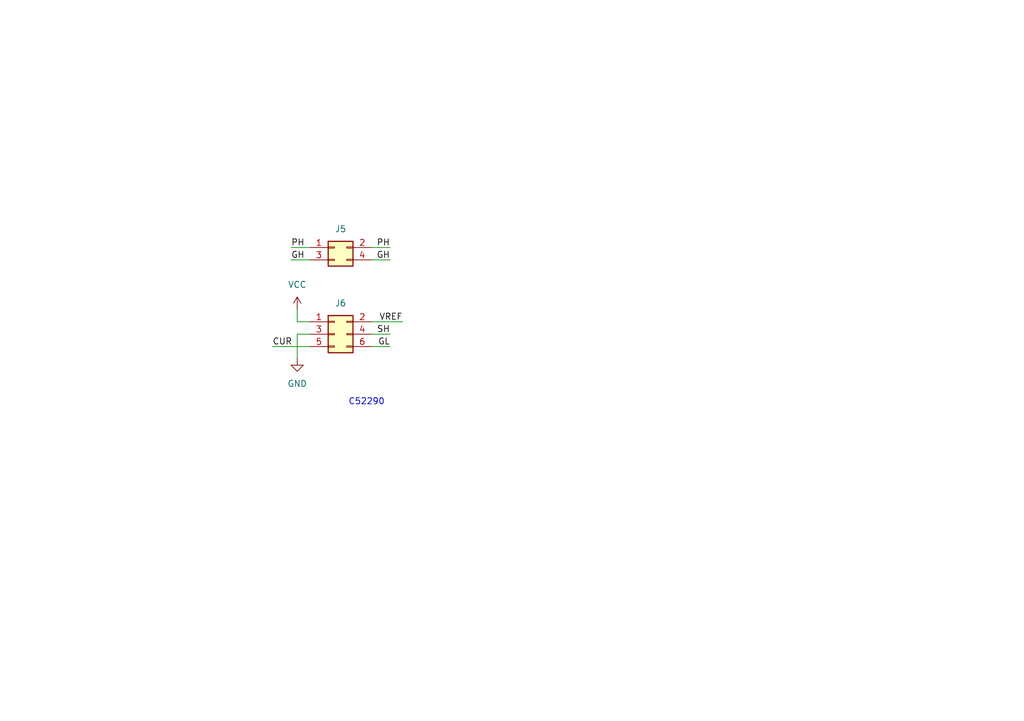
<source format=kicad_sch>
(kicad_sch (version 20250114) (generator "eeschema") (generator_version "9.0")
  (paper "A5")
  (lib_symbols
    (symbol "Connector_Generic:Conn_02x02_Odd_Even" (pin_names (offset 1.016) (hide yes))
      (property "Reference" "J" (at 1.27 2.54 0))
      (property "Value" "Conn_02x02_Odd_Even" (at 1.27 -5.08 0))
      (symbol "Conn_02x02_Odd_Even_1_1"
        (rectangle (start -1.27 1.27) (end 3.81 -3.81) (stroke (width 0.254)) (fill (type background)))
        (rectangle (start -1.27 0.127) (end 0 -0.127) (stroke (width 0.1524)))
        (rectangle (start -1.27 -2.413) (end 0 -2.667) (stroke (width 0.1524)))
        (rectangle (start 3.81 0.127) (end 2.54 -0.127) (stroke (width 0.1524)))
        (rectangle (start 3.81 -2.413) (end 2.54 -2.667) (stroke (width 0.1524)))
        (pin passive line (at -5.08 0 0) (length 3.81) (name "Pin_1") (number "1"))
        (pin passive line (at -5.08 -2.54 0) (length 3.81) (name "Pin_3") (number "3"))
        (pin passive line (at 7.62 0 180) (length 3.81) (name "Pin_2") (number "2"))
        (pin passive line (at 7.62 -2.54 180) (length 3.81) (name "Pin_4") (number "4"))
      )
    )
    (symbol "Connector_Generic:Conn_02x03_Odd_Even" (pin_names (offset 1.016) (hide yes))
      (property "Reference" "J" (at 1.27 5.08 0))
      (property "Value" "Conn_02x03_Odd_Even" (at 1.27 -5.08 0))
      (symbol "Conn_02x03_Odd_Even_1_1"
        (rectangle (start -1.27 3.81) (end 3.81 -3.81) (stroke (width 0.254)) (fill (type background)))
        (rectangle (start -1.27 2.667) (end 0 2.413) (stroke (width 0.1524)))
        (rectangle (start -1.27 0.127) (end 0 -0.127) (stroke (width 0.1524)))
        (rectangle (start -1.27 -2.413) (end 0 -2.667) (stroke (width 0.1524)))
        (rectangle (start 3.81 2.667) (end 2.54 2.413) (stroke (width 0.1524)))
        (rectangle (start 3.81 0.127) (end 2.54 -0.127) (stroke (width 0.1524)))
        (rectangle (start 3.81 -2.413) (end 2.54 -2.667) (stroke (width 0.1524)))
        (pin passive line (at -5.08 2.54 0) (length 3.81) (name "Pin_1") (number "1"))
        (pin passive line (at -5.08 0 0) (length 3.81) (name "Pin_3") (number "3"))
        (pin passive line (at -5.08 -2.54 0) (length 3.81) (name "Pin_5") (number "5"))
        (pin passive line (at 7.62 2.54 180) (length 3.81) (name "Pin_2") (number "2"))
        (pin passive line (at 7.62 0 180) (length 3.81) (name "Pin_4") (number "4"))
        (pin passive line (at 7.62 -2.54 180) (length 3.81) (name "Pin_6") (number "6"))
      )
    )
    (symbol "power:GND" (power) (pin_numbers (hide yes)) (pin_names (offset 0) (hide yes))
      (property "Value" "GND" (at 0 -3.81 0))
      (symbol "GND_0_1"
        (polyline (pts (xy 0 0) (xy 0 -1.27) (xy 1.27 -1.27) (xy 0 -2.54) (xy -1.27 -1.27) (xy 0 -1.27)))
      )
      (symbol "GND_1_1"
        (pin power_in line (at 0 0 270) (length 0) (name "~") (number "1"))
      )
    )
    (symbol "power:VCC" (power) (pin_numbers (hide yes)) (pin_names (offset 0) (hide yes))
      (property "Value" "VCC" (at 0 3.556 0))
      (symbol "VCC_0_1"
        (polyline (pts (xy -0.762 1.27) (xy 0 2.54)))
        (polyline (pts (xy 0 2.54) (xy 0.762 1.27)))
        (polyline (pts (xy 0 0) (xy 0 2.54)))
      )
      (symbol "VCC_1_1"
        (pin power_in line (at 0 0 90) (length 0) (name "~") (number "1"))
      )
    )
  )
  (text "C52290" (at 75.184 82.55 0) (effects (font (size 1.27 1.27))))
  (wire (pts (xy 59.69 53.34) (xy 63.5 53.34)))
  (wire (pts (xy 60.96 66.04) (xy 63.5 66.04)))
  (wire (pts (xy 59.69 50.8) (xy 63.5 50.8)))
  (wire (pts (xy 76.2 53.34) (xy 80.01 53.34)))
  (wire (pts (xy 60.96 63.5) (xy 60.96 66.04)))
  (wire (pts (xy 55.88 71.12) (xy 63.5 71.12)))
  (wire (pts (xy 76.2 68.58) (xy 80.01 68.58)))
  (wire (pts (xy 76.2 71.12) (xy 80.01 71.12)))
  (wire (pts (xy 60.96 73.66) (xy 60.96 68.58)))
  (wire (pts (xy 60.96 68.58) (xy 63.5 68.58)))
  (wire (pts (xy 76.2 66.04) (xy 82.55 66.04)))
  (wire (pts (xy 76.2 50.8) (xy 80.01 50.8)))
  (label "PH" (at 59.69 50.8 0))
  (label "GH" (at 59.69 53.34 0))
  (label "PH" (at 80.01 50.8 180))
  (label "CUR" (at 55.88 71.12 0))
  (label "SH" (at 80.01 68.58 180))
  (label "VREF" (at 82.55 66.04 180))
  (label "GH" (at 80.01 53.34 180))
  (label "GL" (at 80.01 71.12 180))
  (symbol (lib_id "Connector_Generic:Conn_02x02_Odd_Even") (at 68.58 50.8 0) (unit 1)
    (property "Reference" "J1" (at 69.85 46.99 0))
    (property "Value" "Conn_02x02_Odd_Even" (effects (hide yes)))
    (property "Footprint" "Connector_PinSocket_1.27mm:PinSocket_2x02_P1.27mm_Vertical_SMD" (effects (hide yes)))
    (property "Description" "Generic connector, double row, 02x02, odd/even pin numbering scheme (row 1 odd numbers, row 2 even numbers), script generated (kicad-library-utils/schlib/autogen/connector/)" (effects (hide yes)))
    (property "LCSC" "C30607465" (effects (hide yes)))
    (instances (project "logic" (path "" (reference "J5") (unit 1)) (path "" (reference "J3") (unit 1)) (path "" (reference "J1") (unit 1))))
  )
  (symbol (lib_id "Connector_Generic:Conn_02x03_Odd_Even") (at 68.58 68.58 0) (unit 1)
    (property "Reference" "J2" (at 69.85 62.23 0))
    (property "Value" "Conn_02x03_Odd_Even" (effects (hide yes)))
    (property "Footprint" "Connector_PinSocket_1.27mm:PinSocket_2x03_P1.27mm_Vertical_SMD" (effects (hide yes)))
    (property "Description" "Generic connector, double row, 02x03, odd/even pin numbering scheme (row 1 odd numbers, row 2 even numbers), script generated (kicad-library-utils/schlib/autogen/connector/)" (effects (hide yes)))
    (property "LCSC" "C32713074" (effects (hide yes)))
    (instances (project "logic" (path "" (reference "J6") (unit 1)) (path "" (reference "J4") (unit 1)) (path "" (reference "J2") (unit 1))))
  )
  (symbol (lib_id "power:VCC") (at 60.96 63.5 0) (unit 1)
    (property "Reference" "#PWR03" (effects (hide yes)))
    (property "Value" "VCC" (at 60.96 58.42 0))
    (property "Description" "Power symbol creates a global label with name \"VCC\"" (effects (hide yes)))
    (instances (project "logic" (path "" (reference "#PWR05") (unit 1)) (path "" (reference "#PWR01") (unit 1)) (path "" (reference "#PWR03") (unit 1))))
  )
  (symbol (lib_id "power:GND") (at 60.96 73.66 0) (unit 1)
    (property "Reference" "#PWR04" (effects (hide yes)))
    (property "Value" "GND" (at 60.96 78.74 0))
    (property "Description" "Power symbol creates a global label with name \"GND\" , ground" (effects (hide yes)))
    (instances (project "logic" (path "" (reference "#PWR06") (unit 1)) (path "" (reference "#PWR02") (unit 1)) (path "" (reference "#PWR04") (unit 1))))
  )
)
</source>
